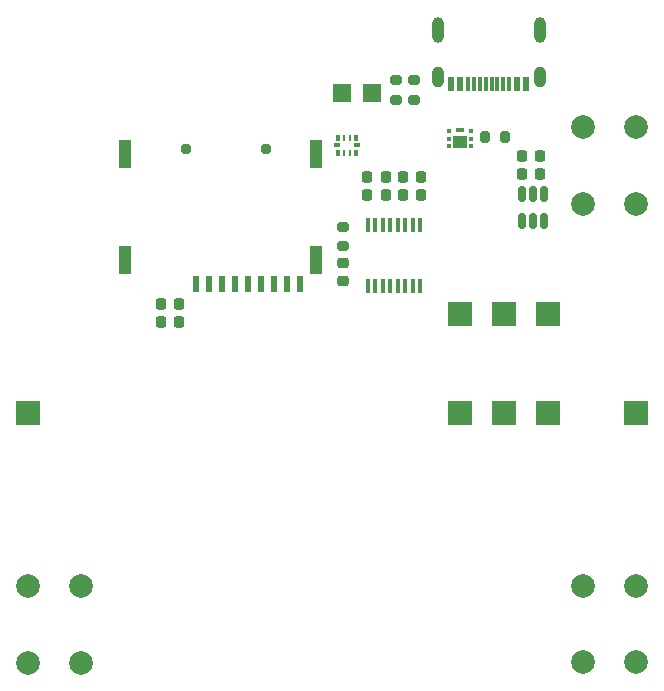
<source format=gbr>
%TF.GenerationSoftware,KiCad,Pcbnew,(6.0.11)*%
%TF.CreationDate,2023-04-24T21:00:32-04:00*%
%TF.ProjectId,GC Nano Top,4743204e-616e-46f2-9054-6f702e6b6963,rev?*%
%TF.SameCoordinates,Original*%
%TF.FileFunction,Soldermask,Top*%
%TF.FilePolarity,Negative*%
%FSLAX46Y46*%
G04 Gerber Fmt 4.6, Leading zero omitted, Abs format (unit mm)*
G04 Created by KiCad (PCBNEW (6.0.11)) date 2023-04-24 21:00:32*
%MOMM*%
%LPD*%
G01*
G04 APERTURE LIST*
G04 Aperture macros list*
%AMRoundRect*
0 Rectangle with rounded corners*
0 $1 Rounding radius*
0 $2 $3 $4 $5 $6 $7 $8 $9 X,Y pos of 4 corners*
0 Add a 4 corners polygon primitive as box body*
4,1,4,$2,$3,$4,$5,$6,$7,$8,$9,$2,$3,0*
0 Add four circle primitives for the rounded corners*
1,1,$1+$1,$2,$3*
1,1,$1+$1,$4,$5*
1,1,$1+$1,$6,$7*
1,1,$1+$1,$8,$9*
0 Add four rect primitives between the rounded corners*
20,1,$1+$1,$2,$3,$4,$5,0*
20,1,$1+$1,$4,$5,$6,$7,0*
20,1,$1+$1,$6,$7,$8,$9,0*
20,1,$1+$1,$8,$9,$2,$3,0*%
G04 Aperture macros list end*
%ADD10RoundRect,0.225000X0.225000X0.250000X-0.225000X0.250000X-0.225000X-0.250000X0.225000X-0.250000X0*%
%ADD11RoundRect,0.225000X-0.225000X-0.250000X0.225000X-0.250000X0.225000X0.250000X-0.225000X0.250000X0*%
%ADD12R,2.000000X2.000000*%
%ADD13RoundRect,0.200000X-0.275000X0.200000X-0.275000X-0.200000X0.275000X-0.200000X0.275000X0.200000X0*%
%ADD14RoundRect,0.200000X-0.200000X-0.275000X0.200000X-0.275000X0.200000X0.275000X-0.200000X0.275000X0*%
%ADD15RoundRect,0.218750X0.256250X-0.218750X0.256250X0.218750X-0.256250X0.218750X-0.256250X-0.218750X0*%
%ADD16R,0.400000X1.200000*%
%ADD17RoundRect,0.150000X0.150000X-0.512500X0.150000X0.512500X-0.150000X0.512500X-0.150000X-0.512500X0*%
%ADD18O,1.000000X2.200000*%
%ADD19O,1.000000X1.800000*%
%ADD20R,0.609600X1.143000*%
%ADD21R,0.304800X1.143000*%
%ADD22R,0.400000X0.350000*%
%ADD23R,1.200000X1.100000*%
%ADD24R,0.800000X0.460000*%
%ADD25R,1.500000X1.500000*%
%ADD26R,0.300000X0.530000*%
%ADD27R,0.250000X0.530000*%
%ADD28R,0.630000X0.350000*%
%ADD29C,0.950000*%
%ADD30R,0.620000X1.400000*%
%ADD31R,1.100000X2.400000*%
%ADD32C,2.000000*%
G04 APERTURE END LIST*
D10*
%TO.C,C8*%
X147900000Y-59700000D03*
X146350000Y-59700000D03*
%TD*%
D11*
%TO.C,C4*%
X176875000Y-48650000D03*
X178425000Y-48650000D03*
%TD*%
D12*
%TO.C,GND*%
X179075000Y-60550000D03*
%TD*%
D11*
%TO.C,C5*%
X166825000Y-48925000D03*
X168375000Y-48925000D03*
%TD*%
D13*
%TO.C,R3*%
X161725000Y-53125000D03*
X161725000Y-54775000D03*
%TD*%
D10*
%TO.C,C3*%
X165350000Y-48925000D03*
X163800000Y-48925000D03*
%TD*%
D12*
%TO.C,Sync*%
X135050000Y-68900000D03*
%TD*%
D14*
%TO.C,R4*%
X173800000Y-45575000D03*
X175450000Y-45575000D03*
%TD*%
D12*
%TO.C,5V*%
X171625000Y-68900000D03*
%TD*%
D15*
%TO.C,D1*%
X161725000Y-57762500D03*
X161725000Y-56187500D03*
%TD*%
D16*
%TO.C,U1*%
X163852500Y-58150000D03*
X164487500Y-58150000D03*
X165122500Y-58150000D03*
X165757500Y-58150000D03*
X166392500Y-58150000D03*
X167027500Y-58150000D03*
X167662500Y-58150000D03*
X168297500Y-58150000D03*
X168297500Y-52950000D03*
X167662500Y-52950000D03*
X167027500Y-52950000D03*
X166392500Y-52950000D03*
X165757500Y-52950000D03*
X165122500Y-52950000D03*
X164487500Y-52950000D03*
X163852500Y-52950000D03*
%TD*%
D10*
%TO.C,C7*%
X147900000Y-61225000D03*
X146350000Y-61225000D03*
%TD*%
D13*
%TO.C,R1*%
X166250000Y-40725000D03*
X166250000Y-42375000D03*
%TD*%
D12*
%TO.C,3V3*%
X175350000Y-68900000D03*
%TD*%
D17*
%TO.C,U2*%
X176875000Y-52662500D03*
X177825000Y-52662500D03*
X178775000Y-52662500D03*
X178775000Y-50387500D03*
X177825000Y-50387500D03*
X176875000Y-50387500D03*
%TD*%
D11*
%TO.C,C2*%
X176875000Y-47150000D03*
X178425000Y-47150000D03*
%TD*%
D18*
%TO.C,J1*%
X178395000Y-36453199D03*
X169755000Y-36453199D03*
D19*
X178395000Y-40453200D03*
X169755000Y-40453200D03*
D20*
X177275001Y-41028199D03*
X176475000Y-41028199D03*
D21*
X175325000Y-41028199D03*
X174325000Y-41028199D03*
X173825000Y-41028199D03*
X172825000Y-41028199D03*
D20*
X170875001Y-41028199D03*
X171675000Y-41028199D03*
D21*
X172324940Y-41028199D03*
X173324941Y-41028199D03*
X174824940Y-41028199D03*
X175824941Y-41028199D03*
%TD*%
D10*
%TO.C,C1*%
X165350000Y-50425000D03*
X163800000Y-50425000D03*
%TD*%
D12*
%TO.C,5V*%
X171625000Y-60550000D03*
%TD*%
%TO.C,3V3*%
X175350000Y-60550000D03*
%TD*%
%TO.C,Reset*%
X186550000Y-68900000D03*
%TD*%
D22*
%TO.C,Q1*%
X172600000Y-46325000D03*
X172600000Y-45675000D03*
X172600000Y-45025000D03*
X170700000Y-45025000D03*
X170700000Y-45675000D03*
X170700000Y-46325000D03*
D23*
X171650000Y-45950000D03*
D24*
X171650000Y-44960000D03*
%TD*%
D25*
%TO.C,D+*%
X164200000Y-41775000D03*
%TD*%
D12*
%TO.C,GND*%
X179075000Y-68900000D03*
%TD*%
D26*
%TO.C,U3*%
X162825000Y-45600000D03*
D27*
X162325000Y-45600000D03*
X161825000Y-45600000D03*
D26*
X161325000Y-45600000D03*
D28*
X161235000Y-46240000D03*
D26*
X161325000Y-46880000D03*
D27*
X161825000Y-46880000D03*
X162325000Y-46880000D03*
D26*
X162825000Y-46880000D03*
D28*
X162915000Y-46240000D03*
%TD*%
D13*
%TO.C,R2*%
X167750000Y-40725000D03*
X167750000Y-42375000D03*
%TD*%
D25*
%TO.C,D-*%
X161625000Y-41775000D03*
%TD*%
D11*
%TO.C,C6*%
X166825000Y-50425000D03*
X168375000Y-50425000D03*
%TD*%
D29*
%TO.C,J2*%
X155250000Y-46550000D03*
X148450000Y-46550000D03*
D30*
X149270000Y-57970000D03*
X150370000Y-57970000D03*
X151470000Y-57970000D03*
X152570000Y-57970000D03*
X153670000Y-57970000D03*
X154770000Y-57970000D03*
X155870000Y-57970000D03*
X156970000Y-57970000D03*
X158070000Y-57970000D03*
D31*
X159450000Y-46970000D03*
X159450000Y-55970000D03*
X143300000Y-55970000D03*
X143300000Y-46970000D03*
%TD*%
D32*
%TO.C,SW3*%
X182075000Y-83525000D03*
X182075000Y-90025000D03*
X186575000Y-90025000D03*
X186575000Y-83525000D03*
%TD*%
%TO.C,SW1*%
X186600000Y-51175000D03*
X186600000Y-44675000D03*
X182100000Y-44675000D03*
X182100000Y-51175000D03*
%TD*%
%TO.C,SW2*%
X139550000Y-83550000D03*
X139550000Y-90050000D03*
X135050000Y-83550000D03*
X135050000Y-90050000D03*
%TD*%
M02*

</source>
